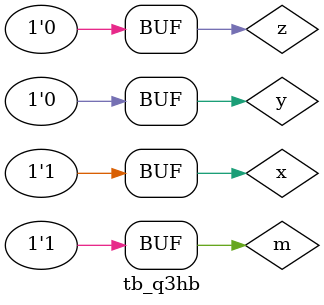
<source format=v>
module tb_q3hb;

reg x,y,z,m;

wire l1,l2,l3,l4, s1 ,s2,s3,s4,p1,p2,p3,p4;

q3_2_gate1 ins1( x, y, z ,m ,s1,p1);
q3_2_gate2 ins2( x, y, z ,m ,s2,p2);
q3_2_gate3 ins3( x, y, z ,m ,s3,p3);
q3_2_gate4 ins4( x, y, z ,m ,s4,p4);


udp_q3_21 ins11( l1, x, y, z , m);
udp_q3_22 ins12( l2, x, y, z , m);
udp_q3_23 ins13( l3, x, y, z , m);
udp_q3_24 ins14( l4, x, y, z , m);

initial 
begin





x = 1'b0 ; y= 1'b0 ; z=1'b0; m=1'b0;

#10
x = 1'b0 ; y= 1'b0 ; z=1'b10; m=1'b1;

#10
x = 1'b0 ; y= 1'b0 ; z=1'b1; m=1'b0;

#10
x = 1'b0 ; y= 1'b0 ; z=1'b1; m=1'b1;

#10
x = 1'b0 ; y= 1'b1 ; z=1'b0; m=1'b0;

#10
x = 1'b0; y= 1'b1 ; z=1'b1; m=1'b0;
#10
x = 1'b0; y= 1'b1 ; z=1'b0; m=1'b1;
#10
x = 1'b0; y= 1'b1 ; z=1'b1; m=1'b1;
#10
x = 1'b1; y= 1'b0 ; z=1'b0; m=1'b0;

#10
x = 1'b1; y= 1'b0; z=1'b0; m=1'b1;




end
endmodule
</source>
